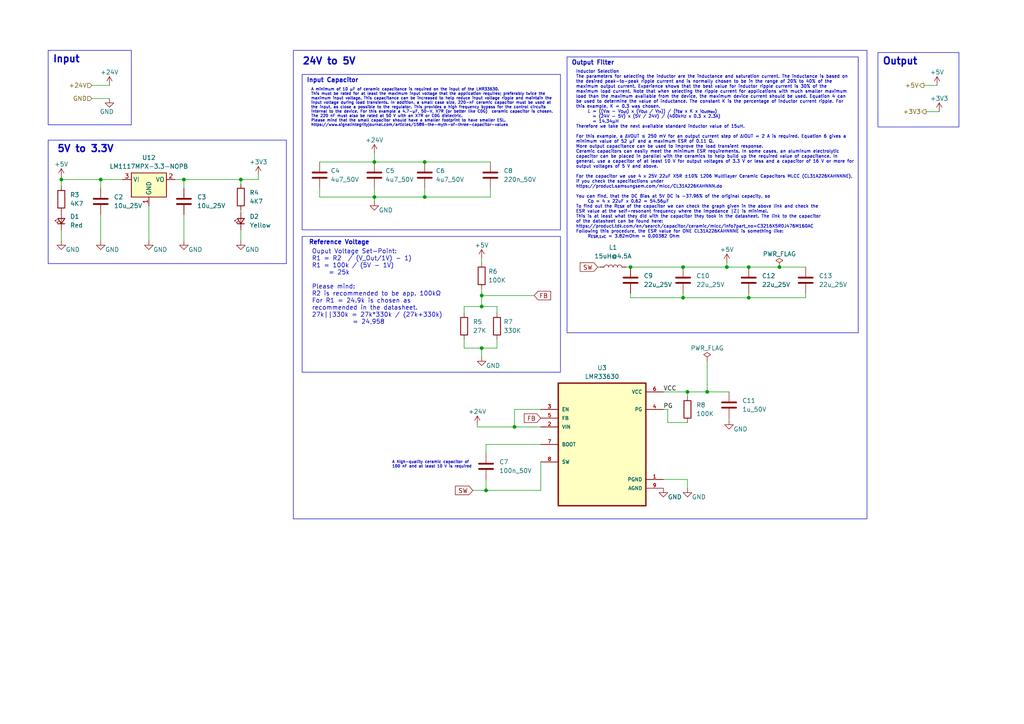
<source format=kicad_sch>
(kicad_sch (version 20231120) (generator "eeschema") (generator_version "8.0")
  (paper "A4")
  (lib_symbols
    (symbol "_C_0402:100n_50V" (pin_numbers hide) (pin_names (offset 0.254))
      (property "Reference" "C" (at 0.635 2.54 0))
      (property "Value" "100n_50V" (at 0.635 -2.54 0))
      (symbol "100n_50V_0_1"
        (polyline (pts (xy -2.032 -0.762) (xy 2.032 -0.762)) (stroke (width 0.508)))
        (polyline (pts (xy -2.032 0.762) (xy 2.032 0.762)) (stroke (width 0.508)))
      )
      (symbol "100n_50V_1_1"
        (pin passive line (at 0 3.81 270) (length 2.794) (name "~") (number "1"))
        (pin passive line (at 0 -3.81 90) (length 2.794) (name "~") (number "2"))
      )
    )
    (symbol "_C_0603:10u_25V" (pin_numbers hide) (pin_names (offset 0.254))
      (property "Reference" "C" (at 0.635 2.54 0))
      (property "Value" "10u_25V" (at 0.635 -2.54 0))
      (symbol "10u_25V_0_1"
        (polyline (pts (xy -2.032 -0.762) (xy 2.032 -0.762)) (stroke (width 0.508)))
        (polyline (pts (xy -2.032 0.762) (xy 2.032 0.762)) (stroke (width 0.508)))
      )
      (symbol "10u_25V_1_1"
        (pin passive line (at 0 3.81 270) (length 2.794) (name "~") (number "1"))
        (pin passive line (at 0 -3.81 90) (length 2.794) (name "~") (number "2"))
      )
    )
    (symbol "_C_0805:1u_50V" (pin_numbers hide) (pin_names (offset 0.254))
      (property "Reference" "C" (at 0.635 2.54 0))
      (property "Value" "1u_50V" (at 0.635 -2.54 0))
      (symbol "1u_50V_0_1"
        (polyline (pts (xy -2.032 -0.762) (xy 2.032 -0.762)) (stroke (width 0.508)))
        (polyline (pts (xy -2.032 0.762) (xy 2.032 0.762)) (stroke (width 0.508)))
      )
      (symbol "1u_50V_1_1"
        (pin passive line (at 0 3.81 270) (length 2.794) (name "~") (number "1"))
        (pin passive line (at 0 -3.81 90) (length 2.794) (name "~") (number "2"))
      )
    )
    (symbol "_C_0805:220n_50V" (pin_numbers hide) (pin_names (offset 0.254))
      (property "Reference" "C" (at 0.635 2.54 0))
      (property "Value" "220n_50V" (at 0.635 -2.54 0))
      (symbol "220n_50V_0_1"
        (polyline (pts (xy -2.032 -0.762) (xy 2.032 -0.762)) (stroke (width 0.508)))
        (polyline (pts (xy -2.032 0.762) (xy 2.032 0.762)) (stroke (width 0.508)))
      )
      (symbol "220n_50V_1_1"
        (pin passive line (at 0 3.81 270) (length 2.794) (name "~") (number "1"))
        (pin passive line (at 0 -3.81 90) (length 2.794) (name "~") (number "2"))
      )
    )
    (symbol "_C_1206:22u_25V" (pin_numbers hide) (pin_names (offset 0.254))
      (property "Reference" "C" (at 0.635 2.54 0))
      (property "Value" "22u_25V" (at 0.635 -2.54 0))
      (symbol "22u_25V_0_1"
        (polyline (pts (xy -2.032 -0.762) (xy 2.032 -0.762)) (stroke (width 0.508)))
        (polyline (pts (xy -2.032 0.762) (xy 2.032 0.762)) (stroke (width 0.508)))
      )
      (symbol "22u_25V_1_1"
        (pin passive line (at 0 3.81 270) (length 2.794) (name "~") (number "1"))
        (pin passive line (at 0 -3.81 90) (length 2.794) (name "~") (number "2"))
      )
    )
    (symbol "_C_1206:4u7_50V" (pin_numbers hide) (pin_names (offset 0.254))
      (property "Reference" "C" (at 0.635 2.54 0))
      (property "Value" "4u7_50V" (at 0.635 -2.54 0))
      (symbol "4u7_50V_0_1"
        (polyline (pts (xy -2.032 -0.762) (xy 2.032 -0.762)) (stroke (width 0.508)))
        (polyline (pts (xy -2.032 0.762) (xy 2.032 0.762)) (stroke (width 0.508)))
      )
      (symbol "4u7_50V_1_1"
        (pin passive line (at 0 3.81 270) (length 2.794) (name "~") (number "1"))
        (pin passive line (at 0 -3.81 90) (length 2.794) (name "~") (number "2"))
      )
    )
    (symbol "_LED:Red" (pin_numbers hide) (pin_names (offset 0.254) hide)
      (property "Reference" "D" (at -1.27 3.175 0))
      (property "Value" "Red" (at -4.445 -2.54 0))
      (symbol "Red_0_1"
        (polyline (pts (xy -0.762 -1.016) (xy -0.762 1.016)) (stroke (width 0.254)))
        (polyline (pts (xy 1.016 0) (xy -0.762 0)))
        (polyline (pts (xy 0.762 -1.016) (xy -0.762 0) (xy 0.762 1.016) (xy 0.762 -1.016)) (stroke (width 0.254)))
        (polyline (pts (xy 0 0.762) (xy -0.508 1.27) (xy -0.254 1.27) (xy -0.508 1.27) (xy -0.508 1.016)))
        (polyline (pts (xy 0.508 1.27) (xy 0 1.778) (xy 0.254 1.778) (xy 0 1.778) (xy 0 1.524)))
      )
      (symbol "Red_1_1"
        (pin passive line (at -2.54 0 0) (length 1.778) (name "K") (number "1"))
        (pin passive line (at 2.54 0 180) (length 1.778) (name "A") (number "2"))
      )
    )
    (symbol "_LED:Yellow" (pin_numbers hide) (pin_names (offset 0.254) hide)
      (property "Reference" "D" (at -1.27 3.175 0))
      (property "Value" "Yellow" (at -4.445 -2.54 0))
      (symbol "Yellow_0_1"
        (polyline (pts (xy -0.762 -1.016) (xy -0.762 1.016)) (stroke (width 0.254)))
        (polyline (pts (xy 1.016 0) (xy -0.762 0)))
        (polyline (pts (xy 0.762 -1.016) (xy -0.762 0) (xy 0.762 1.016) (xy 0.762 -1.016)) (stroke (width 0.254)))
        (polyline (pts (xy 0 0.762) (xy -0.508 1.27) (xy -0.254 1.27) (xy -0.508 1.27) (xy -0.508 1.016)))
        (polyline (pts (xy 0.508 1.27) (xy 0 1.778) (xy 0.254 1.778) (xy 0 1.778) (xy 0 1.524)))
      )
      (symbol "Yellow_1_1"
        (pin passive line (at -2.54 0 0) (length 1.778) (name "K") (number "1"))
        (pin passive line (at 2.54 0 180) (length 1.778) (name "A") (number "2"))
      )
    )
    (symbol "_L_Power:15uH@4.5A" (pin_numbers hide) (pin_names (offset 1.016) hide)
      (property "Reference" "L" (at -1.27 0 90))
      (property "Value" "15uH@4.5A" (at 1.905 0 90))
      (symbol "15uH@4.5A_0_1"
        (arc (start 0 -2.54) (mid 0.6323 -1.905) (end 0 -1.27))
        (arc (start 0 -1.27) (mid 0.6323 -0.635) (end 0 0))
        (arc (start 0 0) (mid 0.6323 0.635) (end 0 1.27))
        (arc (start 0 1.27) (mid 0.6323 1.905) (end 0 2.54))
      )
      (symbol "15uH@4.5A_1_1"
        (pin passive line (at 0 3.81 270) (length 1.27) (name "1") (number "1"))
        (pin passive line (at 0 -3.81 90) (length 1.27) (name "2") (number "2"))
      )
    )
    (symbol "_R_0402:100K" (pin_numbers hide) (pin_names (offset 0))
      (property "Reference" "R" (at 2.032 0 90))
      (property "Value" "100K" (at 0 0 90))
      (symbol "100K_0_1"
        (rectangle (start -1.016 -2.54) (end 1.016 2.54) (stroke (width 0.254)))
      )
      (symbol "100K_1_1"
        (pin passive line (at 0 3.81 270) (length 1.27) (name "~") (number "1"))
        (pin passive line (at 0 -3.81 90) (length 1.27) (name "~") (number "2"))
      )
    )
    (symbol "_R_0603:27K" (pin_numbers hide) (pin_names (offset 0))
      (property "Reference" "R" (at 2.032 0 90))
      (property "Value" "27K" (at 0 0 90))
      (symbol "27K_0_1"
        (rectangle (start -1.016 -2.54) (end 1.016 2.54) (stroke (width 0.254)))
      )
      (symbol "27K_1_1"
        (pin passive line (at 0 3.81 270) (length 1.27) (name "~") (number "1"))
        (pin passive line (at 0 -3.81 90) (length 1.27) (name "~") (number "2"))
      )
    )
    (symbol "_R_0603:330K" (pin_numbers hide) (pin_names (offset 0))
      (property "Reference" "R" (at 2.032 0 90))
      (property "Value" "330K" (at 0 0 90))
      (symbol "330K_0_1"
        (rectangle (start -1.016 -2.54) (end 1.016 2.54) (stroke (width 0.254)))
      )
      (symbol "330K_1_1"
        (pin passive line (at 0 3.81 270) (length 1.27) (name "~") (number "1"))
        (pin passive line (at 0 -3.81 90) (length 1.27) (name "~") (number "2"))
      )
    )
    (symbol "_R_0603:4K7" (pin_numbers hide) (pin_names (offset 0))
      (property "Reference" "R" (at 2.032 0 90))
      (property "Value" "4K7" (at 0 0 90))
      (symbol "4K7_0_1"
        (rectangle (start -1.016 -2.54) (end 1.016 2.54) (stroke (width 0.254)))
      )
      (symbol "4K7_1_1"
        (pin passive line (at 0 3.81 270) (length 1.27) (name "~") (number "1"))
        (pin passive line (at 0 -3.81 90) (length 1.27) (name "~") (number "2"))
      )
    )
    (symbol "_Regulator_Linear:LM1117MPX-3.3-NOPB"
      (property "Reference" "U" (at -3.81 3.175 0))
      (property "Value" "LM1117MPX-3.3-NOPB" (at 0 3.175 0))
      (symbol "LM1117MPX-3.3-NOPB_0_1"
        (rectangle (start -5.08 -5.08) (end 5.08 1.905) (stroke (width 0.254)) (fill (type background)))
      )
      (symbol "LM1117MPX-3.3-NOPB_1_1"
        (pin power_in line (at 0 -7.62 90) (length 2.54) (name "GND") (number "1"))
        (pin power_out line (at 7.62 0 180) (length 2.54) (name "VO") (number "2"))
        (pin power_in line (at -7.62 0 0) (length 2.54) (name "VI") (number "3"))
      )
    )
    (symbol "_Regulator_Switching:LMR33630" (pin_names (offset 1.016))
      (property "Reference" "U" (at -12.7 18.78 0))
      (property "Value" "LMR33630" (at -12.7 -21.78 0))
      (symbol "LMR33630_0_0"
        (rectangle (start -12.7 -17.78) (end 12.7 17.78) (stroke (width 0.41)) (fill (type background)))
        (pin power_in line (at 17.78 -10.16 180) (length 5.08) (name "PGND") (number "1"))
        (pin input line (at -17.78 5.08 0) (length 5.08) (name "VIN") (number "2"))
        (pin input line (at -17.78 10.16 0) (length 5.08) (name "EN") (number "3"))
        (pin output line (at 17.78 10.16 180) (length 5.08) (name "PG") (number "4"))
        (pin input line (at -17.78 7.62 0) (length 5.08) (name "FB") (number "5"))
        (pin power_in line (at 17.78 15.24 180) (length 5.08) (name "VCC") (number "6"))
        (pin bidirectional line (at -17.78 0 0) (length 5.08) (name "BOOT") (number "7"))
        (pin bidirectional line (at -17.78 -5.08 0) (length 5.08) (name "SW") (number "8"))
        (pin power_in line (at 17.78 -12.7 180) (length 5.08) (name "AGND") (number "9"))
      )
    )
    (symbol "power:+24V" (power) (pin_names (offset 0))
      (property "Value" "+24V" (at 0 3.556 0))
      (symbol "+24V_0_1"
        (polyline (pts (xy -0.762 1.27) (xy 0 2.54)))
        (polyline (pts (xy 0 0) (xy 0 2.54)))
        (polyline (pts (xy 0 2.54) (xy 0.762 1.27)))
      )
      (symbol "+24V_1_1"
        (pin power_in line (at 0 0 90) (length 0) hide (name "+24V") (number "1"))
      )
    )
    (symbol "power:+3V3" (power) (pin_names (offset 0))
      (property "Value" "+3V3" (at 0 3.556 0))
      (symbol "+3V3_0_1"
        (polyline (pts (xy -0.762 1.27) (xy 0 2.54)))
        (polyline (pts (xy 0 0) (xy 0 2.54)))
        (polyline (pts (xy 0 2.54) (xy 0.762 1.27)))
      )
      (symbol "+3V3_1_1"
        (pin power_in line (at 0 0 90) (length 0) hide (name "+3V3") (number "1"))
      )
    )
    (symbol "power:+5V" (power) (pin_names (offset 0))
      (property "Value" "+5V" (at 0 3.556 0))
      (symbol "+5V_0_1"
        (polyline (pts (xy -0.762 1.27) (xy 0 2.54)))
        (polyline (pts (xy 0 0) (xy 0 2.54)))
        (polyline (pts (xy 0 2.54) (xy 0.762 1.27)))
      )
      (symbol "+5V_1_1"
        (pin power_in line (at 0 0 90) (length 0) hide (name "+5V") (number "1"))
      )
    )
    (symbol "power:GND" (power) (pin_names (offset 0))
      (property "Value" "GND" (at 0 -3.81 0))
      (symbol "GND_0_1"
        (polyline (pts (xy 0 0) (xy 0 -1.27) (xy 1.27 -1.27) (xy 0 -2.54) (xy -1.27 -1.27) (xy 0 -1.27)))
      )
      (symbol "GND_1_1"
        (pin power_in line (at 0 0 270) (length 0) hide (name "GND") (number "1"))
      )
    )
    (symbol "power:PWR_FLAG" (power) (pin_numbers hide) (pin_names (offset 0) hide)
      (property "Value" "PWR_FLAG" (at 0 3.81 0))
      (symbol "PWR_FLAG_0_0"
        (pin power_out line (at 0 0 90) (length 0) (name "pwr") (number "1"))
      )
      (symbol "PWR_FLAG_0_1"
        (polyline (pts (xy 0 0) (xy 0 1.27) (xy -1.016 1.905) (xy 0 2.54) (xy 1.016 1.905) (xy 0 1.27)))
      )
    )
  )
  (junction (at 210.82 77.47))
  (junction (at 205.105 113.665))
  (junction (at 198.12 77.47))
  (junction (at 123.19 46.99))
  (junction (at 108.585 46.99))
  (junction (at 108.585 57.15))
  (junction (at 217.17 77.47))
  (junction (at 53.34 52.07))
  (junction (at 139.7 88.9))
  (junction (at 139.7 100.965))
  (junction (at 198.12 86.36))
  (junction (at 149.225 123.825))
  (junction (at 123.19 57.15))
  (junction (at 226.06 77.47))
  (junction (at 182.88 77.47))
  (junction (at 199.39 113.665))
  (junction (at 69.85 52.07))
  (junction (at 139.7 85.725))
  (junction (at 17.78 52.07))
  (junction (at 140.97 142.24))
  (junction (at 217.17 86.36))
  (junction (at 29.21 52.07))
  (wire (pts (xy 193.675 118.745) (xy 192.405 118.745)))
  (wire (pts (xy 92.71 54.61) (xy 92.71 57.15)))
  (wire (pts (xy 199.39 139.065) (xy 199.39 141.605)))
  (wire (pts (xy 268.605 32.385) (xy 272.415 32.385)))
  (wire (pts (xy 139.7 83.82) (xy 139.7 85.725)))
  (wire (pts (xy 233.68 77.47) (xy 226.06 77.47)))
  (wire (pts (xy 123.19 57.15) (xy 142.24 57.15)))
  (wire (pts (xy 144.145 100.965) (xy 144.145 98.425)))
  (wire (pts (xy 173.355 77.47) (xy 173.99 77.47)))
  (wire (pts (xy 17.78 52.07) (xy 17.78 51.435)))
  (wire (pts (xy 267.97 24.765) (xy 271.78 24.765)))
  (wire (pts (xy 181.61 77.47) (xy 182.88 77.47)))
  (wire (pts (xy 199.39 114.935) (xy 199.39 113.665)))
  (wire (pts (xy 140.97 139.065) (xy 140.97 142.24)))
  (wire (pts (xy 69.85 69.85) (xy 69.85 66.675)))
  (wire (pts (xy 144.145 90.805) (xy 144.145 88.9)))
  (wire (pts (xy 92.71 57.15) (xy 108.585 57.15)))
  (wire (pts (xy 217.17 77.47) (xy 226.06 77.47)))
  (wire (pts (xy 140.97 128.905) (xy 156.845 128.905)))
  (wire (pts (xy 198.12 85.09) (xy 198.12 86.36)))
  (wire (pts (xy 193.675 122.555) (xy 193.675 118.745)))
  (wire (pts (xy 134.62 88.9) (xy 139.7 88.9)))
  (wire (pts (xy 29.21 52.07) (xy 29.21 54.61)))
  (wire (pts (xy 26.67 28.575) (xy 31.75 28.575)))
  (wire (pts (xy 140.97 128.905) (xy 140.97 131.445)))
  (wire (pts (xy 142.24 54.61) (xy 142.24 57.15)))
  (wire (pts (xy 182.88 86.36) (xy 182.88 85.09)))
  (wire (pts (xy 134.62 90.805) (xy 134.62 88.9)))
  (wire (pts (xy 69.85 60.96) (xy 69.85 61.595)))
  (wire (pts (xy 144.145 88.9) (xy 139.7 88.9)))
  (wire (pts (xy 182.88 86.36) (xy 198.12 86.36)))
  (wire (pts (xy 199.39 122.555) (xy 193.675 122.555)))
  (wire (pts (xy 210.82 77.47) (xy 217.17 77.47)))
  (wire (pts (xy 69.85 52.07) (xy 74.93 52.07)))
  (wire (pts (xy 211.455 121.285) (xy 211.455 121.92)))
  (wire (pts (xy 123.19 54.61) (xy 123.19 57.15)))
  (wire (pts (xy 139.7 100.965) (xy 139.7 103.505)))
  (wire (pts (xy 134.62 100.965) (xy 139.7 100.965)))
  (wire (pts (xy 29.21 62.23) (xy 29.21 69.85)))
  (wire (pts (xy 140.97 142.24) (xy 156.845 142.24)))
  (wire (pts (xy 29.21 52.07) (xy 35.56 52.07)))
  (wire (pts (xy 149.225 118.745) (xy 156.845 118.745)))
  (wire (pts (xy 139.7 100.965) (xy 144.145 100.965)))
  (wire (pts (xy 108.585 44.45) (xy 108.585 46.99)))
  (wire (pts (xy 149.225 123.825) (xy 156.845 123.825)))
  (wire (pts (xy 123.19 46.99) (xy 142.24 46.99)))
  (wire (pts (xy 50.8 52.07) (xy 53.34 52.07)))
  (wire (pts (xy 53.34 62.23) (xy 53.34 69.85)))
  (wire (pts (xy 139.7 85.725) (xy 154.94 85.725)))
  (wire (pts (xy 149.225 118.745) (xy 149.225 123.825)))
  (wire (pts (xy 108.585 54.61) (xy 108.585 57.15)))
  (wire (pts (xy 108.585 46.99) (xy 123.19 46.99)))
  (wire (pts (xy 198.12 86.36) (xy 217.17 86.36)))
  (wire (pts (xy 17.78 52.07) (xy 29.21 52.07)))
  (wire (pts (xy 17.78 53.975) (xy 17.78 52.07)))
  (wire (pts (xy 139.7 76.2) (xy 139.7 74.93)))
  (wire (pts (xy 92.71 46.99) (xy 108.585 46.99)))
  (wire (pts (xy 199.39 113.665) (xy 192.405 113.665)))
  (wire (pts (xy 134.62 98.425) (xy 134.62 100.965)))
  (wire (pts (xy 138.43 123.825) (xy 149.225 123.825)))
  (wire (pts (xy 108.585 57.15) (xy 108.585 58.42)))
  (wire (pts (xy 26.67 24.765) (xy 31.75 24.765)))
  (wire (pts (xy 205.105 113.665) (xy 211.455 113.665)))
  (wire (pts (xy 17.78 69.85) (xy 17.78 66.675)))
  (wire (pts (xy 182.88 77.47) (xy 198.12 77.47)))
  (wire (pts (xy 205.105 104.775) (xy 205.105 113.665)))
  (wire (pts (xy 217.17 85.09) (xy 217.17 86.36)))
  (wire (pts (xy 198.12 77.47) (xy 210.82 77.47)))
  (wire (pts (xy 108.585 57.15) (xy 123.19 57.15)))
  (wire (pts (xy 137.16 142.24) (xy 140.97 142.24)))
  (wire (pts (xy 138.43 123.19) (xy 138.43 123.825)))
  (wire (pts (xy 53.34 52.07) (xy 53.34 54.61)))
  (wire (pts (xy 192.405 139.065) (xy 199.39 139.065)))
  (wire (pts (xy 210.82 76.2) (xy 210.82 77.47)))
  (wire (pts (xy 217.17 86.36) (xy 233.68 86.36)))
  (wire (pts (xy 199.39 113.665) (xy 205.105 113.665)))
  (wire (pts (xy 233.68 85.09) (xy 233.68 86.36)))
  (wire (pts (xy 74.93 52.07) (xy 74.93 50.8)))
  (wire (pts (xy 69.85 53.34) (xy 69.85 52.07)))
  (wire (pts (xy 139.7 88.9) (xy 139.7 85.725)))
  (wire (pts (xy 53.34 52.07) (xy 69.85 52.07)))
  (wire (pts (xy 43.18 59.69) (xy 43.18 69.85)))
  (wire (pts (xy 156.845 142.24) (xy 156.845 133.985)))
  (rectangle (start 13.97 14.605) (end 38.1 36.195))
  (rectangle (start 13.97 40.64) (end 83.058 76.454))
  (rectangle (start 85.09 14.605) (end 251.46 150.495))
  (rectangle (start 164.465 16.51) (end 248.92 96.52))
  (rectangle (start 254.635 15.24) (end 278.13 36.83))
  (rectangle (start 87.63 68.58) (end 162.56 107.95))
  (rectangle (start 87.63 21.59) (end 162.56 66.675))
  (text "A high-quality ceramic capacitor of\n100 nF and at least 10 V is required" (at 113.665 135.89 0) (effects (font (size 0.8 0.8)) (justify left bottom)))
  (text "Inductor Selection\nThe parameters for selecting the inductor are the inductance and saturation current. The inductance is based on\nthe desired peak-to-peak ripple current and is normally chosen to be in the range of 20% to 40% of the\nmaximum output current. Experience shows that the best value for inductor ripple current is 30% of the\nmaximum load current. Note that when selecting the ripple current for applications with much smaller maximum\nload than the maximum available from the device, the maximum device current should be used. Equation 4 can\nbe used to determine the value of inductance. The constant K is the percentage of inductor current ripple. For\nthis example, K = 0.3 was chosen.\n	L = ((V_{IN} - V_{Out}) x (V_{Out} / V_{in})) / (f_{SW} x K x I_{OutMax})\n	  = (24V - 5V) x (5V / 24V) / (400kHz x 0.3 x 2.3A)\n       = 14.34μH\nTherefore we take the next available standard inductor value of 15uH.\n\nFor this example, a ΔVOUT ≤ 250 mV for an output current step of ΔIOUT = 2 A is required. Equation 6 gives a\nminimum value of 52 μF and a maximum ESR of 0.11 Ω.\nMore output capacitance can be used to improve the load transient response.\nCeramic capacitors can easily meet the minimum ESR requirements. In some cases, an aluminum electrolytic\ncapacitor can be placed in parallel with the ceramics to help build up the required value of capacitance. In\ngeneral, use a capacitor of at least 10 V for output voltages of 3.3 V or less and a capacitor of 16 V or more for\noutput voltages of 5 V and above.\n\nFor the capacitor we use 4 x 25V 22uF X5R ±10% 1206 Multilayer Ceramic Capacitors MLCC (CL31A226KAHNNNE).\nIf you check the specifactions under\nhttps://product.samsungsem.com/mlcc/CL31A226KAHNNN.do\n\nYou can find, that the DC Bias at 5V DC is -37.96% of the original capacity, so\n	C_{O} = 4 x 22uF x 0.62 = 54.56μF\nTo find out the R_{ESR} of the capacitor we can check the graph given in the above link and check the\nESR value at the self-resonant frequency where the impedance |Z| is minimal.\nThis is at least what they did with the capacitor they took in the datasheet. The link to the capacitor\nof the datasheet can be found here:\nhttps://product.tdk.com/en/search/capacitor/ceramic/mlcc/info?part_no=C3216X5R0J476M160AC\nFollowing this procedure, the ESR value for ONE CL31A226KAHNNNE is something like:\n	R_{ESR,1xC} = 3.82mOhm = 0.00382 Ohm" (at 167.005 69.215 0) (effects (font (size 0.9 0.9)) (justify left bottom)))
  (text "Reference Voltage" (at 89.535 71.12 0) (effects (font (size 1.27 1.27) (thickness 0.254) (bold yes)) (justify left bottom)))
  (text "A minimum of 10 μF of ceramic capacitance is required on the input of the LMR33630.\nThis must be rated for at least the maximum input voltage that the application requires; preferably twice the\nmaximum input voltage. This capacitance can be increased to help reduce input voltage ripple and maintain the\ninput voltage during load transients. In addition, a small case size, 220-nF ceramic capacitor must be used at\nthe input, as close a possible to the regulator. This provides a high frequency bypass for the control circuits\ninternal to the device. For this example a 4.7-μF, 50-V, X7R (or better like C0G)  ceramic capacitor is chosen.\nThe 220 nF must also be rated at 50 V with an X7R or C0G dielectric.\nPlease mind that the small capacitor should have a smaller footprint to have smaller ESL.\nhttps://www.signalintegrityjournal.com/articles/1589-the-myth-of-three-capacitor-values" (at 90.17 36.83 0) (effects (font (size 0.8 0.8)) (justify left bottom)))
  (text "Input Capacitor" (at 88.9 24.13 0) (effects (font (size 1.27 1.27) (thickness 0.254) (bold yes)) (justify left bottom)))
  (text "Ouput Voltage Set-Point:\nR1 = R2  / (V_Out/1V) - 1)\nR1 = 100k / (5V - 1V)\n     = 25k\n\nPlease mind:\nR2 is recommended to be app. 100kΩ\nFor R1 = 24.9k is chosen as\nrecommended in the datasheet.\n27k||330k = 27k*330k / (27k+330k)\n		  = 24,958" (at 90.424 94.234 0) (effects (font (size 1.27 1.27)) (justify left bottom)))
  (text "5V to 3.3V" (at 16.51 44.45 0) (effects (font (size 2 2) (thickness 0.4) (bold yes)) (justify left bottom)))
  (text "Input" (at 15.24 18.415 0) (effects (font (size 2 2) (thickness 0.4) (bold yes)) (justify left bottom)))
  (text "Output Filter" (at 165.735 19.05 0) (effects (font (size 1.27 1.27) (thickness 0.254) (bold yes)) (justify left bottom)))
  (text "Output" (at 255.905 19.05 0) (effects (font (size 2 2) (thickness 0.4) (bold yes)) (justify left bottom)))
  (text "24V to 5V" (at 87.63 19.05 0) (effects (font (size 2 2) (thickness 0.4) (bold yes)) (justify left bottom)))
  (label "PG" (at 192.405 118.745 0))
  (label "VCC" (at 192.405 113.665 0))
  (global_label "SW" (shape input) (at 173.355 77.47 180) (property "Intersheetrefs" "${INTERSHEET_REFS}" (effects (hide yes))))
  (global_label "FB" (shape input) (at 156.845 121.285 180) (property "Intersheetrefs" "${INTERSHEET_REFS}" (effects (hide yes))))
  (global_label "FB" (shape input) (at 154.94 85.725 0) (property "Intersheetrefs" "${INTERSHEET_REFS}" (effects (hide yes))))
  (global_label "SW" (shape input) (at 137.16 142.24 180) (property "Intersheetrefs" "${INTERSHEET_REFS}" (effects (hide yes))))
  (hierarchical_label "+5V" (shape output) (at 267.97 24.765 180))
  (hierarchical_label "+24V" (shape input) (at 26.67 24.765 180))
  (hierarchical_label "+3V3" (shape output) (at 268.605 32.385 180))
  (hierarchical_label "GND" (shape input) (at 26.67 28.575 180))
  (symbol (lib_id "_R_0603:27K") (at 134.62 94.615 0) (unit 1)
    (property "Reference" "R5" (at 137.16 93.345 0) (effects (justify left)))
    (property "Value" "27K" (at 137.16 95.885 0) (effects (justify left)))
    (property "Footprint" "Resistor_SMD:R_0603_1608Metric" (effects (hide yes)))
    (property "Description" "Resistor 27K 1% 100mW 75V 0603" (effects (hide yes)))
    (property "MF" "UNI-ROYAL" (effects (hide yes)))
    (property "MPN" "0603WAF2702T5E" (effects (hide yes)))
    (property "OC_LCSC" "C22967" (effects (hide yes)))
    (property "path_to_docs" "Passive_Components/Resistors/UNI-ROYAL" (effects (hide yes)))
  )
  (symbol (lib_id "_C_1206:4u7_50V") (at 123.19 50.8 0) (unit 1)
    (property "Reference" "C6" (at 126.365 49.53 0) (effects (justify left)))
    (property "Value" "4u7_50V" (at 126.365 52.07 0) (effects (justify left)))
    (property "Footprint" "Capacitor_SMD:C_1206_3216Metric" (effects (hide yes)))
    (property "Description" "Capacitor 4.7uF 50V X7R 10% 1206" (effects (hide yes)))
    (property "MF" "FH" (effects (hide yes)))
    (property "MPN" "1206B475K500NT" (effects (hide yes)))
    (property "OC_LCSC" "C29823" (effects (hide yes)))
  )
  (symbol (lib_id "power:GND") (at 53.34 69.85 0) (unit 1)
    (property "Reference" "#PWR041" (effects (hide yes)))
    (property "Value" "GND" (at 54.61 72.39 0) (effects (justify left)))
    (property "Description" "Power symbol creates a global label with name \"GND\" , ground" (effects (hide yes)))
  )
  (symbol (lib_id "power:+3V3") (at 74.93 50.8 0) (unit 1)
    (property "Reference" "#PWR043" (effects (hide yes)))
    (property "Value" "+3V3" (at 74.93 46.99 0))
    (property "Description" "Power symbol creates a global label with name \"+3V3\"" (effects (hide yes)))
  )
  (symbol (lib_id "_Regulator_Switching:LMR33630") (at 174.625 128.905 0) (unit 1)
    (property "Reference" "U3" (at 174.625 106.68 0))
    (property "Value" "LMR33630" (at 174.625 109.22 0))
    (property "Footprint" "Package_SO:Texas_R-PDSO-G8_EP2.95x4.9mm_Mask2.4x3.1mm_ThermalVias" (effects (hide yes)))
    (property "Datasheet" "https://www.ti.com/lit/ds/symlink/lmr33630.pdf" (effects (hide yes)))
    (property "Description" "3.8-V to 36-V, 3-A Synchronous Step-down Voltage Converter" (effects (hide yes)))
    (property "MF" "TI" (effects (hide yes)))
    (property "MPN" "LMR33630ADDAR" (effects (hide yes)))
    (property "OC_LCSC" "C841384" (effects (hide yes)))
    (property "OC_MOUSER" "595-LMR33630ADDAR" (effects (hide yes)))
    (property "path_to_docs" "Semiconductors/Power_Management/Switching_Voltage_Regulators" (effects (hide yes)))
  )
  (symbol (lib_id "power:GND") (at 69.85 69.85 0) (unit 1)
    (property "Reference" "#PWR042" (effects (hide yes)))
    (property "Value" "GND" (at 71.12 72.39 0) (effects (justify left)))
    (property "Description" "Power symbol creates a global label with name \"GND\" , ground" (effects (hide yes)))
  )
  (symbol (lib_id "power:+5V") (at 271.78 24.765 0) (unit 1)
    (property "Reference" "#PWR054" (effects (hide yes)))
    (property "Value" "+5V" (at 271.78 20.955 0))
    (property "Description" "Power symbol creates a global label with name \"+5V\"" (effects (hide yes)))
  )
  (symbol (lib_id "_C_0805:220n_50V") (at 142.24 50.8 0) (unit 1)
    (property "Reference" "C8" (at 146.05 49.5299 0) (effects (justify left)))
    (property "Value" "220n_50V" (at 146.05 52.0699 0) (effects (justify left)))
    (property "Footprint" "Capacitor_SMD:C_0805_2012Metric" (effects (hide yes)))
    (property "Datasheet" "https://product.samsungsem.com/mlcc/CL21B224KBFNNN.do" (effects (hide yes)))
    (property "Description" "Capacitor 220nF 50V X7R 10% 0805" (effects (hide yes)))
    (property "MF" "Samsung Electro-Mechanics" (effects (hide yes)))
    (property "MPN" "CL21B224KBFNNNE" (effects (hide yes)))
    (property "OC_LCSC" "C5378" (effects (hide yes)))
    (property "path_to_docs" "Passive_Components/Capacitors/MLCC/Samsung_Electro-Mechanics" (effects (hide yes)))
  )
  (symbol (lib_id "power:PWR_FLAG") (at 226.06 77.47 0) (unit 1)
    (property "Reference" "#FLG03" (effects (hide yes)))
    (property "Value" "PWR_FLAG" (at 226.06 73.66 0))
    (property "Description" "Special symbol for telling ERC where power comes from" (effects (hide yes)))
  )
  (symbol (lib_id "_LED:Red") (at 17.78 64.135 90) (unit 1)
    (property "Reference" "D1" (at 20.32 62.8015 90) (effects (justify right)))
    (property "Value" "Red" (at 20.32 65.3415 90) (effects (justify right)))
    (property "Footprint" "LED_SMD:LED_0603_1608Metric" (effects (hide yes)))
    (property "Datasheet" "https://datasheet.lcsc.com/lcsc/1810231112_Hubei-KENTO-Elec-KT-0603R_C2286.pdf" (effects (hide yes)))
    (property "Description" "LED Red 0603" (effects (hide yes)))
    (property "MF" "Hubei KENTO Elec" (effects (hide yes)))
    (property "MPN" "KT-0603R" (effects (hide yes)))
    (property "OC_LCSC" "C2286" (effects (hide yes)))
    (property "path_to_docs" "Optoelectronics/LED_Emitter/SMD/0603/Red/Hubei_Kento_Electronic" (effects (hide yes)))
  )
  (symbol (lib_id "power:GND") (at 108.585 58.42 0) (unit 1)
    (property "Reference" "#PWR045" (effects (hide yes)))
    (property "Value" "GND" (at 109.855 60.96 0) (effects (justify left)))
    (property "Description" "Power symbol creates a global label with name \"GND\" , ground" (effects (hide yes)))
  )
  (symbol (lib_id "_R_0603:330K") (at 144.145 94.615 0) (unit 1)
    (property "Reference" "R7" (at 146.05 93.345 0) (effects (justify left)))
    (property "Value" "330K" (at 146.05 95.885 0) (effects (justify left)))
    (property "Footprint" "Resistor_SMD:R_0603_1608Metric" (effects (hide yes)))
    (property "Description" "Resistor 330K 1% 100mW 75V 0603" (effects (hide yes)))
    (property "MF" "UNI-ROYAL" (effects (hide yes)))
    (property "MPN" "0603WAF3303T5E" (effects (hide yes)))
    (property "OC_LCSC" "C23137" (effects (hide yes)))
    (property "path_to_docs" "Passive_Components/Resistors/UNI-ROYAL" (effects (hide yes)))
  )
  (symbol (lib_id "power:GND") (at 199.39 141.605 0) (unit 1)
    (property "Reference" "#PWR050" (effects (hide yes)))
    (property "Value" "GND" (at 200.66 144.145 0) (effects (justify left)))
    (property "Description" "Power symbol creates a global label with name \"GND\" , ground" (effects (hide yes)))
  )
  (symbol (lib_id "_LED:Yellow") (at 69.85 64.135 90) (unit 1)
    (property "Reference" "D2" (at 72.39 62.8015 90) (effects (justify right)))
    (property "Value" "Yellow" (at 72.39 65.3415 90) (effects (justify right)))
    (property "Footprint" "LED_SMD:LED_0805_2012Metric" (effects (hide yes)))
    (property "Datasheet" "https://datasheet.lcsc.com/lcsc/1806151129_Hubei-KENTO-Elec-KT-0805Y_C2296.pdf" (effects (hide yes)))
    (property "Description" "LED Red 0805" (effects (hide yes)))
    (property "MF" "Hubei KENTO Elec" (effects (hide yes)))
    (property "MPN" "KT-0805Y" (effects (hide yes)))
    (property "OC_LCSC" "C2296" (effects (hide yes)))
    (property "path_to_docs" "Optoelectronics/LED_Emitter/SMD/0805/Yellow/Hubei_Kento_Electronic" (effects (hide yes)))
  )
  (symbol (lib_id "power:GND") (at 43.18 69.85 0) (unit 1)
    (property "Reference" "#PWR040" (effects (hide yes)))
    (property "Value" "GND" (at 44.45 72.39 0) (effects (justify left)))
    (property "Description" "Power symbol creates a global label with name \"GND\" , ground" (effects (hide yes)))
  )
  (symbol (lib_id "power:GND") (at 139.7 103.505 0) (unit 1)
    (property "Reference" "#PWR048" (effects (hide yes)))
    (property "Value" "GND" (at 140.97 106.045 0) (effects (justify left)))
    (property "Description" "Power symbol creates a global label with name \"GND\" , ground" (effects (hide yes)))
  )
  (symbol (lib_id "_R_0603:4K7") (at 69.85 57.15 0) (unit 1)
    (property "Reference" "R4" (at 72.39 55.88 0) (effects (justify left)))
    (property "Value" "4K7" (at 72.39 58.42 0) (effects (justify left)))
    (property "Footprint" "Resistor_SMD:R_0603_1608Metric" (effects (hide yes)))
    (property "Datasheet" "https://datasheet.lcsc.com/lcsc/2206010100_UNI-ROYAL-Uniroyal-Elec-0603WAF4701T5E_C23162.pdf" (effects (hide yes)))
    (property "Description" "Resistor 4K7 1% 100mW 75V 0603" (effects (hide yes)))
    (property "MF" "UNI-ROYAL" (effects (hide yes)))
    (property "MPN" "0603WAF4701T5E" (effects (hide yes)))
    (property "OC_LCSC" "C23162" (effects (hide yes)))
    (property "path_to_docs" "Passive_Components/Resistors/UNI-ROYAL" (effects (hide yes)))
  )
  (symbol (lib_id "power:+5V") (at 210.82 76.2 0) (unit 1)
    (property "Reference" "#PWR051" (effects (hide yes)))
    (property "Value" "+5V" (at 210.82 72.39 0))
    (property "Description" "Power symbol creates a global label with name \"+5V\"" (effects (hide yes)))
  )
  (symbol (lib_id "_C_1206:4u7_50V") (at 92.71 50.8 0) (unit 1)
    (property "Reference" "C4" (at 95.885 49.53 0) (effects (justify left)))
    (property "Value" "4u7_50V" (at 95.885 52.07 0) (effects (justify left)))
    (property "Footprint" "Capacitor_SMD:C_1206_3216Metric" (effects (hide yes)))
    (property "Description" "Capacitor 4.7uF 50V X7R 10% 1206" (effects (hide yes)))
    (property "MF" "FH" (effects (hide yes)))
    (property "MPN" "1206B475K500NT" (effects (hide yes)))
    (property "OC_LCSC" "C29823" (effects (hide yes)))
  )
  (symbol (lib_id "power:+3V3") (at 272.415 32.385 0) (unit 1)
    (property "Reference" "#PWR055" (effects (hide yes)))
    (property "Value" "+3V3" (at 272.415 28.575 0))
    (property "Description" "Power symbol creates a global label with name \"+3V3\"" (effects (hide yes)))
  )
  (symbol (lib_id "power:GND") (at 211.455 121.92 0) (unit 1)
    (property "Reference" "#PWR053" (effects (hide yes)))
    (property "Value" "GND" (at 212.725 124.46 0) (effects (justify left)))
    (property "Description" "Power symbol creates a global label with name \"GND\" , ground" (effects (hide yes)))
  )
  (symbol (lib_id "power:+24V") (at 108.585 44.45 0) (unit 1)
    (property "Reference" "#PWR044" (effects (hide yes)))
    (property "Value" "+24V" (at 108.585 40.64 0))
    (property "Description" "Power symbol creates a global label with name \"+24V\"" (effects (hide yes)))
  )
  (symbol (lib_id "_C_1206:22u_25V") (at 182.88 81.28 0) (unit 1)
    (property "Reference" "C9" (at 186.69 80.0099 0) (effects (justify left)))
    (property "Value" "22u_25V" (at 186.69 82.5499 0) (effects (justify left)))
    (property "Footprint" "Capacitor_SMD:C_1206_3216Metric" (effects (hide yes)))
    (property "Datasheet" "https://product.samsungsem.com/mlcc/CL31A226KAHNNN.do" (effects (hide yes)))
    (property "Description" "Capacitor 22uF 25V X7R 10% 1206" (effects (hide yes)))
    (property "MF" "Samsung Electro-Mechanics" (effects (hide yes)))
    (property "MPN" "CL31A226KAHNNNE" (effects (hide yes)))
    (property "OC_LCSC" "C12891" (effects (hide yes)))
    (property "path_to_docs" "Passive_Components/Capacitors/MLCC/Samsung_Electro-Mechanics" (effects (hide yes)))
  )
  (symbol (lib_id "power:+5V") (at 17.78 51.435 0) (unit 1)
    (property "Reference" "#PWR035" (effects (hide yes)))
    (property "Value" "+5V" (at 17.78 47.625 0))
    (property "Description" "Power symbol creates a global label with name \"+5V\"" (effects (hide yes)))
  )
  (symbol (lib_id "power:GND") (at 29.21 69.85 0) (unit 1)
    (property "Reference" "#PWR037" (effects (hide yes)))
    (property "Value" "GND" (at 30.48 72.39 0) (effects (justify left)))
    (property "Description" "Power symbol creates a global label with name \"GND\" , ground" (effects (hide yes)))
  )
  (symbol (lib_id "power:GND") (at 31.75 28.575 0) (mirror y) (unit 1)
    (property "Reference" "#PWR039" (effects (hide yes)))
    (property "Value" "GND" (at 33.02 32.385 0) (effects (justify left)))
    (property "Description" "Power symbol creates a global label with name \"GND\" , ground" (effects (hide yes)))
  )
  (symbol (lib_id "_C_0603:10u_25V") (at 29.21 58.42 0) (unit 1)
    (property "Reference" "C2" (at 33.02 57.1499 0) (effects (justify left)))
    (property "Value" "10u_25V" (at 33.02 59.6899 0) (effects (justify left)))
    (property "Footprint" "Capacitor_SMD:C_0603_1608Metric" (effects (hide yes)))
    (property "Datasheet" "https://product.samsungsem.com/mlcc/CL10A106MA8NRN.do" (effects (hide yes)))
    (property "Description" "Capacitor 10uF 25V X5R 20% 0603" (effects (hide yes)))
    (property "MF" "Samsung Electro-Mechanics" (effects (hide yes)))
    (property "MPN" "CL10A106MA8NRNC" (effects (hide yes)))
    (property "OC_LCSC" "C96446" (effects (hide yes)))
    (property "path_to_docs" "Passive_Components/Capacitors/MLCC/Samsung_Electro-Mechanics" (effects (hide yes)))
  )
  (symbol (lib_id "power:PWR_FLAG") (at 205.105 104.775 0) (unit 1)
    (property "Reference" "#FLG02" (effects (hide yes)))
    (property "Value" "PWR_FLAG" (at 205.105 100.965 0))
    (property "Description" "Special symbol for telling ERC where power comes from" (effects (hide yes)))
  )
  (symbol (lib_id "power:GND") (at 192.405 141.605 0) (unit 1)
    (property "Reference" "#PWR049" (effects (hide yes)))
    (property "Value" "GND" (at 193.675 144.145 0) (effects (justify left)))
    (property "Description" "Power symbol creates a global label with name \"GND\" , ground" (effects (hide yes)))
  )
  (symbol (lib_id "_C_0402:100n_50V") (at 140.97 135.255 0) (unit 1)
    (property "Reference" "C7" (at 144.78 133.985 0) (effects (justify left)))
    (property "Value" "100n_50V" (at 144.78 136.525 0) (effects (justify left)))
    (property "Footprint" "Capacitor_SMD:C_0402_1005Metric" (effects (hide yes)))
    (property "Datasheet" "https://product.samsungsem.com/mlcc/CL05B104KB54PN.do" (effects (hide yes)))
    (property "Description" "Capacitor 100nF 50V X7R 10% 0402" (effects (hide yes)))
    (property "MF" "Samsung Electro-Mechanics" (effects (hide yes)))
    (property "MPN" "CL05B104KB54PNC" (effects (hide yes)))
    (property "OC_LCSC" "C307331" (effects (hide yes)))
    (property "path_to_docs" "Passive_Components/Capacitors/MLCC/Samsung_Electro-Mechanics" (effects (hide yes)))
  )
  (symbol (lib_id "_R_0402:100K") (at 139.7 80.01 0) (unit 1)
    (property "Reference" "R6" (at 141.605 78.74 0) (effects (justify left)))
    (property "Value" "100K" (at 141.605 81.28 0) (effects (justify left)))
    (property "Footprint" "Resistor_SMD:R_0402_1005Metric" (effects (hide yes)))
    (property "Description" "Resistor 100K 1% 62.5mW 50V 0402" (effects (hide yes)))
    (property "MF" "UNI-ROYAL" (effects (hide yes)))
    (property "MPN" "0402WGF1003TCE" (effects (hide yes)))
    (property "OC_LCSC" "C25741" (effects (hide yes)))
    (property "path_to_docs" "Passive_Components/Resistors/UNI-ROYAL" (effects (hide yes)))
  )
  (symbol (lib_id "power:+5V") (at 139.7 74.93 0) (unit 1)
    (property "Reference" "#PWR047" (effects (hide yes)))
    (property "Value" "+5V" (at 139.7 71.12 0))
    (property "Description" "Power symbol creates a global label with name \"+5V\"" (effects (hide yes)))
  )
  (symbol (lib_id "_R_0402:100K") (at 199.39 118.745 0) (unit 1)
    (property "Reference" "R8" (at 201.93 117.475 0) (effects (justify left)))
    (property "Value" "100K" (at 201.93 120.015 0) (effects (justify left)))
    (property "Footprint" "Resistor_SMD:R_0402_1005Metric" (effects (hide yes)))
    (property "Description" "Resistor 100K 1% 62.5mW 50V 0402" (effects (hide yes)))
    (property "MF" "UNI-ROYAL" (effects (hide yes)))
    (property "MPN" "0402WGF1003TCE" (effects (hide yes)))
    (property "OC_LCSC" "C25741" (effects (hide yes)))
    (property "path_to_docs" "Passive_Components/Resistors/UNI-ROYAL" (effects (hide yes)))
  )
  (symbol (lib_id "_C_0603:10u_25V") (at 53.34 58.42 0) (unit 1)
    (property "Reference" "C3" (at 57.15 57.1499 0) (effects (justify left)))
    (property "Value" "10u_25V" (at 57.15 59.6899 0) (effects (justify left)))
    (property "Footprint" "Capacitor_SMD:C_0603_1608Metric" (effects (hide yes)))
    (property "Datasheet" "https://product.samsungsem.com/mlcc/CL10A106MA8NRN.do" (effects (hide yes)))
    (property "Description" "Capacitor 10uF 25V X5R 20% 0603" (effects (hide yes)))
    (property "MF" "Samsung Electro-Mechanics" (effects (hide yes)))
    (property "MPN" "CL10A106MA8NRNC" (effects (hide yes)))
    (property "OC_LCSC" "C96446" (effects (hide yes)))
    (property "path_to_docs" "Passive_Components/Capacitors/MLCC/Samsung_Electro-Mechanics" (effects (hide yes)))
  )
  (symbol (lib_id "_C_1206:22u_25V") (at 217.17 81.28 0) (unit 1)
    (property "Reference" "C12" (at 220.98 80.0099 0) (effects (justify left)))
    (property "Value" "22u_25V" (at 220.98 82.5499 0) (effects (justify left)))
    (property "Footprint" "Capacitor_SMD:C_1206_3216Metric" (effects (hide yes)))
    (property "Datasheet" "https://product.samsungsem.com/mlcc/CL31A226KAHNNN.do" (effects (hide yes)))
    (property "Description" "Capacitor 22uF 25V X7R 10% 1206" (effects (hide yes)))
    (property "MF" "Samsung Electro-Mechanics" (effects (hide yes)))
    (property "MPN" "CL31A226KAHNNNE" (effects (hide yes)))
    (property "OC_LCSC" "C12891" (effects (hide yes)))
    (property "path_to_docs" "Passive_Components/Capacitors/MLCC/Samsung_Electro-Mechanics" (effects (hide yes)))
  )
  (symbol (lib_id "_C_0805:1u_50V") (at 211.455 117.475 0) (unit 1)
    (property "Reference" "C11" (at 215.265 116.205 0) (effects (justify left)))
    (property "Value" "1u_50V" (at 215.265 118.745 0) (effects (justify left)))
    (property "Footprint" "Capacitor_SMD:C_0805_2012Metric" (effects (hide yes)))
    (property "Datasheet" "https://product.samsungsem.com/mlcc/CL21B105KBFNNN.do" (effects (hide yes)))
    (property "Description" "Capacitor 1uF 50V X7R 10% 0805" (effects (hide yes)))
    (property "MF" "Samsung Electro-Mechanics" (effects (hide yes)))
    (property "MPN" "CL21B105KBFNNNE" (effects (hide yes)))
    (property "OC_LCSC" "C28323" (effects (hide yes)))
    (property "path_to_docs" "Passive_Components/Capacitors/MLCC/Samsung_Electro-Mechanics" (effects (hide yes)))
  )
  (symbol (lib_id "_L_Power:15uH@4.5A") (at 177.8 77.47 90) (unit 1)
    (property "Reference" "L1" (at 177.8 71.755 90))
    (property "Value" "15uH@4.5A" (at 177.8 74.295 90))
    (property "Footprint" "Robast:Power_Inductor_SMDRI127" (effects (hide yes)))
    (property "Datasheet" "https://datasheet.lcsc.com/lcsc/2108131530_SXN-Shun-Xiang-Nuo-Elec-SMDRI127-150MT_C40000.pdf" (effects (hide yes)))
    (property "Description" "Shielded Power Inductor 15uH@4.5A, 0.027Ω, I_SAT=8A" (effects (hide yes)))
    (property "MF" "SXN(Shun Xiang Nuo Elec)" (effects (hide yes)))
    (property "MPN" "SMDRI127-150MT" (effects (hide yes)))
    (property "OC_LCSC" "C40000" (effects (hide yes)))
  )
  (symbol (lib_id "_C_1206:22u_25V") (at 233.68 81.28 0) (unit 1)
    (property "Reference" "C13" (at 237.49 80.0099 0) (effects (justify left)))
    (property "Value" "22u_25V" (at 237.49 82.5499 0) (effects (justify left)))
    (property "Footprint" "Capacitor_SMD:C_1206_3216Metric" (effects (hide yes)))
    (property "Datasheet" "https://product.samsungsem.com/mlcc/CL31A226KAHNNN.do" (effects (hide yes)))
    (property "Description" "Capacitor 22uF 25V X7R 10% 1206" (effects (hide yes)))
    (property "MF" "Samsung Electro-Mechanics" (effects (hide yes)))
    (property "MPN" "CL31A226KAHNNNE" (effects (hide yes)))
    (property "OC_LCSC" "C12891" (effects (hide yes)))
    (property "path_to_docs" "Passive_Components/Capacitors/MLCC/Samsung_Electro-Mechanics" (effects (hide yes)))
  )
  (symbol (lib_id "_C_1206:22u_25V") (at 198.12 81.28 0) (unit 1)
    (property "Reference" "C10" (at 201.93 80.0099 0) (effects (justify left)))
    (property "Value" "22u_25V" (at 201.93 82.5499 0) (effects (justify left)))
    (property "Footprint" "Capacitor_SMD:C_1206_3216Metric" (effects (hide yes)))
    (property "Datasheet" "https://product.samsungsem.com/mlcc/CL31A226KAHNNN.do" (effects (hide yes)))
    (property "Description" "Capacitor 22uF 25V X7R 10% 1206" (effects (hide yes)))
    (property "MF" "Samsung Electro-Mechanics" (effects (hide yes)))
    (property "MPN" "CL31A226KAHNNNE" (effects (hide yes)))
    (property "OC_LCSC" "C12891" (effects (hide yes)))
    (property "path_to_docs" "Passive_Components/Capacitors/MLCC/Samsung_Electro-Mechanics" (effects (hide yes)))
  )
  (symbol (lib_id "power:+24V") (at 138.43 123.19 0) (unit 1)
    (property "Reference" "#PWR046" (effects (hide yes)))
    (property "Value" "+24V" (at 138.43 119.38 0))
    (property "Description" "Power symbol creates a global label with name \"+24V\"" (effects (hide yes)))
  )
  (symbol (lib_id "_Regulator_Linear:LM1117MPX-3.3-NOPB") (at 43.18 52.07 0) (unit 1)
    (property "Reference" "U12" (at 43.18 45.72 0))
    (property "Value" "LM1117MPX-3.3-NOPB" (at 43.18 48.26 0))
    (property "Footprint" "Package_TO_SOT_SMD:SOT-223-3_TabPin2" (effects (hide yes)))
    (property "Datasheet" "https://www.ti.com/lit/ds/symlink/lm1117.pdf" (effects (hide yes)))
    (property "Description" "800mA Fixed 3.3V Positive SOT-223 Linear Voltage Regulators (LDO)" (effects (hide yes)))
    (property "MF" "TI" (effects (hide yes)))
    (property "MPN" "LM1117MPX-3.3/NOPB" (effects (hide yes)))
    (property "OC_LCSC" "C9662" (effects (hide yes)))
    (property "OC_MOUSER" "926-LM1117MPX3.3NOPB " (effects (hide yes)))
    (property "path_to_docs" "Semiconductors/Power_Management/Linear_Voltage_Regulators/LM1117" (effects (hide yes)))
  )
  (symbol (lib_id "_C_1206:4u7_50V") (at 108.585 50.8 0) (unit 1)
    (property "Reference" "C5" (at 111.76 49.53 0) (effects (justify left)))
    (property "Value" "4u7_50V" (at 111.76 52.07 0) (effects (justify left)))
    (property "Footprint" "Capacitor_SMD:C_1206_3216Metric" (effects (hide yes)))
    (property "Description" "Capacitor 4.7uF 50V X7R 10% 1206" (effects (hide yes)))
    (property "MF" "FH" (effects (hide yes)))
    (property "MPN" "1206B475K500NT" (effects (hide yes)))
    (property "OC_LCSC" "C29823" (effects (hide yes)))
  )
  (symbol (lib_id "power:+24V") (at 31.75 24.765 0) (unit 1)
    (property "Reference" "#PWR038" (effects (hide yes)))
    (property "Value" "+24V" (at 31.75 20.955 0))
    (property "Description" "Power symbol creates a global label with name \"+24V\"" (effects (hide yes)))
  )
  (symbol (lib_id "power:GND") (at 17.78 69.85 0) (unit 1)
    (property "Reference" "#PWR036" (effects (hide yes)))
    (property "Value" "GND" (at 19.05 72.39 0) (effects (justify left)))
    (property "Description" "Power symbol creates a global label with name \"GND\" , ground" (effects (hide yes)))
  )
  (symbol (lib_id "_R_0603:4K7") (at 17.78 57.785 0) (unit 1)
    (property "Reference" "R3" (at 20.32 56.515 0) (effects (justify left)))
    (property "Value" "4K7" (at 20.32 59.055 0) (effects (justify left)))
    (property "Footprint" "Resistor_SMD:R_0603_1608Metric" (effects (hide yes)))
    (property "Datasheet" "https://datasheet.lcsc.com/lcsc/2206010100_UNI-ROYAL-Uniroyal-Elec-0603WAF4701T5E_C23162.pdf" (effects (hide yes)))
    (property "Description" "Resistor 4K7 1% 100mW 75V 0603" (effects (hide yes)))
    (property "MF" "UNI-ROYAL" (effects (hide yes)))
    (property "MPN" "0603WAF4701T5E" (effects (hide yes)))
    (property "OC_LCSC" "C23162" (effects (hide yes)))
    (property "path_to_docs" "Passive_Components/Resistors/UNI-ROYAL" (effects (hide yes)))
  )
)
</source>
